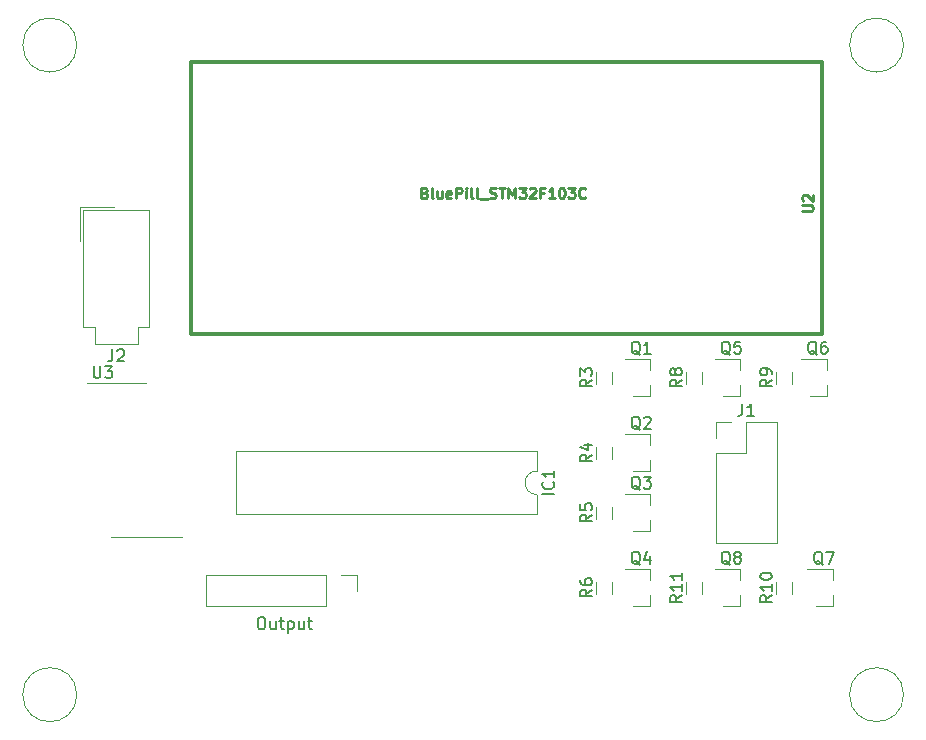
<source format=gbr>
G04 #@! TF.GenerationSoftware,KiCad,Pcbnew,5.0.0*
G04 #@! TF.CreationDate,2018-07-29T15:48:31+02:00*
G04 #@! TF.ProjectId,led_leveldriver,6C65645F6C6576656C6472697665722E,rev?*
G04 #@! TF.SameCoordinates,Original*
G04 #@! TF.FileFunction,Legend,Top*
G04 #@! TF.FilePolarity,Positive*
%FSLAX46Y46*%
G04 Gerber Fmt 4.6, Leading zero omitted, Abs format (unit mm)*
G04 Created by KiCad (PCBNEW 5.0.0) date Sun Jul 29 15:48:31 2018*
%MOMM*%
%LPD*%
G01*
G04 APERTURE LIST*
%ADD10C,0.120000*%
%ADD11C,0.304800*%
%ADD12C,0.150000*%
%ADD13C,0.222250*%
G04 APERTURE END LIST*
D10*
G04 #@! TO.C,REF\002A\002A*
X184020000Y-93820000D02*
G75*
G03X184020000Y-93820000I-2286000J0D01*
G01*
X114020000Y-93820000D02*
G75*
G03X114020000Y-93820000I-2286000J0D01*
G01*
X184020000Y-38820000D02*
G75*
G03X184020000Y-38820000I-2286000J0D01*
G01*
G04 #@! TO.C,Output*
X137744000Y-83694000D02*
X137744000Y-85024000D01*
X136414000Y-83694000D02*
X137744000Y-83694000D01*
X135144000Y-83694000D02*
X135144000Y-86354000D01*
X135144000Y-86354000D02*
X124924000Y-86354000D01*
X135144000Y-83694000D02*
X124924000Y-83694000D01*
X124924000Y-83694000D02*
X124924000Y-86354000D01*
D11*
G04 #@! TO.C,U2*
X123714800Y-40250000D02*
X177114800Y-40250000D01*
X177114800Y-40250000D02*
X177114800Y-63250000D01*
X177114800Y-63250000D02*
X123714800Y-63250000D01*
X123714800Y-63250000D02*
X123714800Y-40250000D01*
D10*
G04 #@! TO.C,IC1*
X152984000Y-78530000D02*
X152984000Y-76880000D01*
X127464000Y-78530000D02*
X152984000Y-78530000D01*
X127464000Y-73230000D02*
X127464000Y-78530000D01*
X152984000Y-73230000D02*
X127464000Y-73230000D01*
X152984000Y-74880000D02*
X152984000Y-73230000D01*
X152984000Y-76880000D02*
G75*
G02X152984000Y-74880000I0J1000000D01*
G01*
G04 #@! TO.C,J2*
X114314000Y-52540000D02*
X114314000Y-55390000D01*
X117164000Y-52540000D02*
X114314000Y-52540000D01*
X119164000Y-64090000D02*
X117364000Y-64090000D01*
X119164000Y-62690000D02*
X119164000Y-64090000D01*
X120164000Y-62690000D02*
X119164000Y-62690000D01*
X120164000Y-52790000D02*
X120164000Y-62690000D01*
X117364000Y-52790000D02*
X120164000Y-52790000D01*
X115564000Y-64090000D02*
X117364000Y-64090000D01*
X115564000Y-62690000D02*
X115564000Y-64090000D01*
X114564000Y-62690000D02*
X115564000Y-62690000D01*
X114564000Y-52790000D02*
X114564000Y-62690000D01*
X117364000Y-52790000D02*
X114564000Y-52790000D01*
G04 #@! TO.C,Q1*
X162574000Y-68570000D02*
X161114000Y-68570000D01*
X162574000Y-65410000D02*
X160414000Y-65410000D01*
X162574000Y-65410000D02*
X162574000Y-66340000D01*
X162574000Y-68570000D02*
X162574000Y-67640000D01*
G04 #@! TO.C,Q2*
X162574000Y-74920000D02*
X161114000Y-74920000D01*
X162574000Y-71760000D02*
X160414000Y-71760000D01*
X162574000Y-71760000D02*
X162574000Y-72690000D01*
X162574000Y-74920000D02*
X162574000Y-73990000D01*
G04 #@! TO.C,Q3*
X162574000Y-80000000D02*
X162574000Y-79070000D01*
X162574000Y-76840000D02*
X162574000Y-77770000D01*
X162574000Y-76840000D02*
X160414000Y-76840000D01*
X162574000Y-80000000D02*
X161114000Y-80000000D01*
G04 #@! TO.C,Q4*
X162574000Y-86350000D02*
X162574000Y-85420000D01*
X162574000Y-83190000D02*
X162574000Y-84120000D01*
X162574000Y-83190000D02*
X160414000Y-83190000D01*
X162574000Y-86350000D02*
X161114000Y-86350000D01*
G04 #@! TO.C,Q5*
X170194000Y-68570000D02*
X168734000Y-68570000D01*
X170194000Y-65410000D02*
X168034000Y-65410000D01*
X170194000Y-65410000D02*
X170194000Y-66340000D01*
X170194000Y-68570000D02*
X170194000Y-67640000D01*
G04 #@! TO.C,Q6*
X177534000Y-68570000D02*
X177534000Y-67640000D01*
X177534000Y-65410000D02*
X177534000Y-66340000D01*
X177534000Y-65410000D02*
X175374000Y-65410000D01*
X177534000Y-68570000D02*
X176074000Y-68570000D01*
G04 #@! TO.C,Q7*
X178034000Y-86350000D02*
X176574000Y-86350000D01*
X178034000Y-83190000D02*
X175874000Y-83190000D01*
X178034000Y-83190000D02*
X178034000Y-84120000D01*
X178034000Y-86350000D02*
X178034000Y-85420000D01*
G04 #@! TO.C,Q8*
X170194000Y-86350000D02*
X170194000Y-85420000D01*
X170194000Y-83190000D02*
X170194000Y-84120000D01*
X170194000Y-83190000D02*
X168034000Y-83190000D01*
X170194000Y-86350000D02*
X168734000Y-86350000D01*
G04 #@! TO.C,R3*
X159319000Y-66490000D02*
X159319000Y-67490000D01*
X157959000Y-67490000D02*
X157959000Y-66490000D01*
G04 #@! TO.C,R4*
X157959000Y-73840000D02*
X157959000Y-72840000D01*
X159319000Y-72840000D02*
X159319000Y-73840000D01*
G04 #@! TO.C,R5*
X159319000Y-77920000D02*
X159319000Y-78920000D01*
X157959000Y-78920000D02*
X157959000Y-77920000D01*
G04 #@! TO.C,R6*
X157959000Y-85270000D02*
X157959000Y-84270000D01*
X159319000Y-84270000D02*
X159319000Y-85270000D01*
G04 #@! TO.C,R8*
X166939000Y-66490000D02*
X166939000Y-67490000D01*
X165579000Y-67490000D02*
X165579000Y-66490000D01*
G04 #@! TO.C,R9*
X173199000Y-67490000D02*
X173199000Y-66490000D01*
X174559000Y-66490000D02*
X174559000Y-67490000D01*
G04 #@! TO.C,R10*
X174559000Y-84270000D02*
X174559000Y-85270000D01*
X173199000Y-85270000D02*
X173199000Y-84270000D01*
G04 #@! TO.C,R11*
X165579000Y-85270000D02*
X165579000Y-84270000D01*
X166939000Y-84270000D02*
X166939000Y-85270000D01*
G04 #@! TO.C,U3*
X114904000Y-67445000D02*
X119904000Y-67445000D01*
X116904000Y-80505000D02*
X122904000Y-80505000D01*
G04 #@! TO.C,J1*
X168104000Y-70740000D02*
X169434000Y-70740000D01*
X168104000Y-72070000D02*
X168104000Y-70740000D01*
X170704000Y-70740000D02*
X173304000Y-70740000D01*
X170704000Y-73340000D02*
X170704000Y-70740000D01*
X168104000Y-73340000D02*
X170704000Y-73340000D01*
X173304000Y-70740000D02*
X173304000Y-81020000D01*
X168104000Y-73340000D02*
X168104000Y-81020000D01*
X168104000Y-81020000D02*
X173304000Y-81020000D01*
G04 #@! TO.C,REF\002A\002A*
X114020000Y-38820000D02*
G75*
G03X114020000Y-38820000I-2286000J0D01*
G01*
G04 #@! TO.C,Output*
D12*
X129564190Y-87270380D02*
X129754666Y-87270380D01*
X129849904Y-87318000D01*
X129945142Y-87413238D01*
X129992761Y-87603714D01*
X129992761Y-87937047D01*
X129945142Y-88127523D01*
X129849904Y-88222761D01*
X129754666Y-88270380D01*
X129564190Y-88270380D01*
X129468952Y-88222761D01*
X129373714Y-88127523D01*
X129326095Y-87937047D01*
X129326095Y-87603714D01*
X129373714Y-87413238D01*
X129468952Y-87318000D01*
X129564190Y-87270380D01*
X130849904Y-87603714D02*
X130849904Y-88270380D01*
X130421333Y-87603714D02*
X130421333Y-88127523D01*
X130468952Y-88222761D01*
X130564190Y-88270380D01*
X130707047Y-88270380D01*
X130802285Y-88222761D01*
X130849904Y-88175142D01*
X131183238Y-87603714D02*
X131564190Y-87603714D01*
X131326095Y-87270380D02*
X131326095Y-88127523D01*
X131373714Y-88222761D01*
X131468952Y-88270380D01*
X131564190Y-88270380D01*
X131897523Y-87603714D02*
X131897523Y-88603714D01*
X131897523Y-87651333D02*
X131992761Y-87603714D01*
X132183238Y-87603714D01*
X132278476Y-87651333D01*
X132326095Y-87698952D01*
X132373714Y-87794190D01*
X132373714Y-88079904D01*
X132326095Y-88175142D01*
X132278476Y-88222761D01*
X132183238Y-88270380D01*
X131992761Y-88270380D01*
X131897523Y-88222761D01*
X133230857Y-87603714D02*
X133230857Y-88270380D01*
X132802285Y-87603714D02*
X132802285Y-88127523D01*
X132849904Y-88222761D01*
X132945142Y-88270380D01*
X133088000Y-88270380D01*
X133183238Y-88222761D01*
X133230857Y-88175142D01*
X133564190Y-87603714D02*
X133945142Y-87603714D01*
X133707047Y-87270380D02*
X133707047Y-88127523D01*
X133754666Y-88222761D01*
X133849904Y-88270380D01*
X133945142Y-88270380D01*
G04 #@! TO.C,U2*
D13*
X175424166Y-52884533D02*
X176143833Y-52884533D01*
X176228500Y-52842200D01*
X176270833Y-52799866D01*
X176313166Y-52715200D01*
X176313166Y-52545866D01*
X176270833Y-52461200D01*
X176228500Y-52418866D01*
X176143833Y-52376533D01*
X175424166Y-52376533D01*
X175508833Y-51995533D02*
X175466500Y-51953200D01*
X175424166Y-51868533D01*
X175424166Y-51656866D01*
X175466500Y-51572200D01*
X175508833Y-51529866D01*
X175593500Y-51487533D01*
X175678166Y-51487533D01*
X175805166Y-51529866D01*
X176313166Y-52037866D01*
X176313166Y-51487533D01*
D11*
D13*
X143479433Y-51330900D02*
X143606433Y-51373233D01*
X143648766Y-51415566D01*
X143691100Y-51500233D01*
X143691100Y-51627233D01*
X143648766Y-51711900D01*
X143606433Y-51754233D01*
X143521766Y-51796566D01*
X143183100Y-51796566D01*
X143183100Y-50907566D01*
X143479433Y-50907566D01*
X143564100Y-50949900D01*
X143606433Y-50992233D01*
X143648766Y-51076900D01*
X143648766Y-51161566D01*
X143606433Y-51246233D01*
X143564100Y-51288566D01*
X143479433Y-51330900D01*
X143183100Y-51330900D01*
X144199100Y-51796566D02*
X144114433Y-51754233D01*
X144072100Y-51669566D01*
X144072100Y-50907566D01*
X144918766Y-51203900D02*
X144918766Y-51796566D01*
X144537766Y-51203900D02*
X144537766Y-51669566D01*
X144580100Y-51754233D01*
X144664766Y-51796566D01*
X144791766Y-51796566D01*
X144876433Y-51754233D01*
X144918766Y-51711900D01*
X145680766Y-51754233D02*
X145596100Y-51796566D01*
X145426766Y-51796566D01*
X145342100Y-51754233D01*
X145299766Y-51669566D01*
X145299766Y-51330900D01*
X145342100Y-51246233D01*
X145426766Y-51203900D01*
X145596100Y-51203900D01*
X145680766Y-51246233D01*
X145723100Y-51330900D01*
X145723100Y-51415566D01*
X145299766Y-51500233D01*
X146104100Y-51796566D02*
X146104100Y-50907566D01*
X146442766Y-50907566D01*
X146527433Y-50949900D01*
X146569766Y-50992233D01*
X146612100Y-51076900D01*
X146612100Y-51203900D01*
X146569766Y-51288566D01*
X146527433Y-51330900D01*
X146442766Y-51373233D01*
X146104100Y-51373233D01*
X146993100Y-51796566D02*
X146993100Y-51203900D01*
X146993100Y-50907566D02*
X146950766Y-50949900D01*
X146993100Y-50992233D01*
X147035433Y-50949900D01*
X146993100Y-50907566D01*
X146993100Y-50992233D01*
X147543433Y-51796566D02*
X147458766Y-51754233D01*
X147416433Y-51669566D01*
X147416433Y-50907566D01*
X148009100Y-51796566D02*
X147924433Y-51754233D01*
X147882100Y-51669566D01*
X147882100Y-50907566D01*
X148136100Y-51881233D02*
X148813433Y-51881233D01*
X148982766Y-51754233D02*
X149109766Y-51796566D01*
X149321433Y-51796566D01*
X149406100Y-51754233D01*
X149448433Y-51711900D01*
X149490766Y-51627233D01*
X149490766Y-51542566D01*
X149448433Y-51457900D01*
X149406100Y-51415566D01*
X149321433Y-51373233D01*
X149152100Y-51330900D01*
X149067433Y-51288566D01*
X149025100Y-51246233D01*
X148982766Y-51161566D01*
X148982766Y-51076900D01*
X149025100Y-50992233D01*
X149067433Y-50949900D01*
X149152100Y-50907566D01*
X149363766Y-50907566D01*
X149490766Y-50949900D01*
X149744766Y-50907566D02*
X150252766Y-50907566D01*
X149998766Y-51796566D02*
X149998766Y-50907566D01*
X150549100Y-51796566D02*
X150549100Y-50907566D01*
X150845433Y-51542566D01*
X151141766Y-50907566D01*
X151141766Y-51796566D01*
X151480433Y-50907566D02*
X152030766Y-50907566D01*
X151734433Y-51246233D01*
X151861433Y-51246233D01*
X151946100Y-51288566D01*
X151988433Y-51330900D01*
X152030766Y-51415566D01*
X152030766Y-51627233D01*
X151988433Y-51711900D01*
X151946100Y-51754233D01*
X151861433Y-51796566D01*
X151607433Y-51796566D01*
X151522766Y-51754233D01*
X151480433Y-51711900D01*
X152369433Y-50992233D02*
X152411766Y-50949900D01*
X152496433Y-50907566D01*
X152708100Y-50907566D01*
X152792766Y-50949900D01*
X152835100Y-50992233D01*
X152877433Y-51076900D01*
X152877433Y-51161566D01*
X152835100Y-51288566D01*
X152327100Y-51796566D01*
X152877433Y-51796566D01*
X153554766Y-51330900D02*
X153258433Y-51330900D01*
X153258433Y-51796566D02*
X153258433Y-50907566D01*
X153681766Y-50907566D01*
X154486100Y-51796566D02*
X153978100Y-51796566D01*
X154232100Y-51796566D02*
X154232100Y-50907566D01*
X154147433Y-51034566D01*
X154062766Y-51119233D01*
X153978100Y-51161566D01*
X155036433Y-50907566D02*
X155121100Y-50907566D01*
X155205766Y-50949900D01*
X155248100Y-50992233D01*
X155290433Y-51076900D01*
X155332766Y-51246233D01*
X155332766Y-51457900D01*
X155290433Y-51627233D01*
X155248100Y-51711900D01*
X155205766Y-51754233D01*
X155121100Y-51796566D01*
X155036433Y-51796566D01*
X154951766Y-51754233D01*
X154909433Y-51711900D01*
X154867100Y-51627233D01*
X154824766Y-51457900D01*
X154824766Y-51246233D01*
X154867100Y-51076900D01*
X154909433Y-50992233D01*
X154951766Y-50949900D01*
X155036433Y-50907566D01*
X155629100Y-50907566D02*
X156179433Y-50907566D01*
X155883100Y-51246233D01*
X156010100Y-51246233D01*
X156094766Y-51288566D01*
X156137100Y-51330900D01*
X156179433Y-51415566D01*
X156179433Y-51627233D01*
X156137100Y-51711900D01*
X156094766Y-51754233D01*
X156010100Y-51796566D01*
X155756100Y-51796566D01*
X155671433Y-51754233D01*
X155629100Y-51711900D01*
X157068433Y-51711900D02*
X157026100Y-51754233D01*
X156899100Y-51796566D01*
X156814433Y-51796566D01*
X156687433Y-51754233D01*
X156602766Y-51669566D01*
X156560433Y-51584900D01*
X156518100Y-51415566D01*
X156518100Y-51288566D01*
X156560433Y-51119233D01*
X156602766Y-51034566D01*
X156687433Y-50949900D01*
X156814433Y-50907566D01*
X156899100Y-50907566D01*
X157026100Y-50949900D01*
X157068433Y-50992233D01*
G04 #@! TO.C,IC1*
D12*
X154436380Y-76856190D02*
X153436380Y-76856190D01*
X154341142Y-75808571D02*
X154388761Y-75856190D01*
X154436380Y-75999047D01*
X154436380Y-76094285D01*
X154388761Y-76237142D01*
X154293523Y-76332380D01*
X154198285Y-76380000D01*
X154007809Y-76427619D01*
X153864952Y-76427619D01*
X153674476Y-76380000D01*
X153579238Y-76332380D01*
X153484000Y-76237142D01*
X153436380Y-76094285D01*
X153436380Y-75999047D01*
X153484000Y-75856190D01*
X153531619Y-75808571D01*
X154436380Y-74856190D02*
X154436380Y-75427619D01*
X154436380Y-75141904D02*
X153436380Y-75141904D01*
X153579238Y-75237142D01*
X153674476Y-75332380D01*
X153722095Y-75427619D01*
G04 #@! TO.C,J2*
X117030666Y-64592380D02*
X117030666Y-65306666D01*
X116983047Y-65449523D01*
X116887809Y-65544761D01*
X116744952Y-65592380D01*
X116649714Y-65592380D01*
X117459238Y-64687619D02*
X117506857Y-64640000D01*
X117602095Y-64592380D01*
X117840190Y-64592380D01*
X117935428Y-64640000D01*
X117983047Y-64687619D01*
X118030666Y-64782857D01*
X118030666Y-64878095D01*
X117983047Y-65020952D01*
X117411619Y-65592380D01*
X118030666Y-65592380D01*
G04 #@! TO.C,Q1*
X161718761Y-65037619D02*
X161623523Y-64990000D01*
X161528285Y-64894761D01*
X161385428Y-64751904D01*
X161290190Y-64704285D01*
X161194952Y-64704285D01*
X161242571Y-64942380D02*
X161147333Y-64894761D01*
X161052095Y-64799523D01*
X161004476Y-64609047D01*
X161004476Y-64275714D01*
X161052095Y-64085238D01*
X161147333Y-63990000D01*
X161242571Y-63942380D01*
X161433047Y-63942380D01*
X161528285Y-63990000D01*
X161623523Y-64085238D01*
X161671142Y-64275714D01*
X161671142Y-64609047D01*
X161623523Y-64799523D01*
X161528285Y-64894761D01*
X161433047Y-64942380D01*
X161242571Y-64942380D01*
X162623523Y-64942380D02*
X162052095Y-64942380D01*
X162337809Y-64942380D02*
X162337809Y-63942380D01*
X162242571Y-64085238D01*
X162147333Y-64180476D01*
X162052095Y-64228095D01*
G04 #@! TO.C,Q2*
X161718761Y-71387619D02*
X161623523Y-71340000D01*
X161528285Y-71244761D01*
X161385428Y-71101904D01*
X161290190Y-71054285D01*
X161194952Y-71054285D01*
X161242571Y-71292380D02*
X161147333Y-71244761D01*
X161052095Y-71149523D01*
X161004476Y-70959047D01*
X161004476Y-70625714D01*
X161052095Y-70435238D01*
X161147333Y-70340000D01*
X161242571Y-70292380D01*
X161433047Y-70292380D01*
X161528285Y-70340000D01*
X161623523Y-70435238D01*
X161671142Y-70625714D01*
X161671142Y-70959047D01*
X161623523Y-71149523D01*
X161528285Y-71244761D01*
X161433047Y-71292380D01*
X161242571Y-71292380D01*
X162052095Y-70387619D02*
X162099714Y-70340000D01*
X162194952Y-70292380D01*
X162433047Y-70292380D01*
X162528285Y-70340000D01*
X162575904Y-70387619D01*
X162623523Y-70482857D01*
X162623523Y-70578095D01*
X162575904Y-70720952D01*
X162004476Y-71292380D01*
X162623523Y-71292380D01*
G04 #@! TO.C,Q3*
X161718761Y-76467619D02*
X161623523Y-76420000D01*
X161528285Y-76324761D01*
X161385428Y-76181904D01*
X161290190Y-76134285D01*
X161194952Y-76134285D01*
X161242571Y-76372380D02*
X161147333Y-76324761D01*
X161052095Y-76229523D01*
X161004476Y-76039047D01*
X161004476Y-75705714D01*
X161052095Y-75515238D01*
X161147333Y-75420000D01*
X161242571Y-75372380D01*
X161433047Y-75372380D01*
X161528285Y-75420000D01*
X161623523Y-75515238D01*
X161671142Y-75705714D01*
X161671142Y-76039047D01*
X161623523Y-76229523D01*
X161528285Y-76324761D01*
X161433047Y-76372380D01*
X161242571Y-76372380D01*
X162004476Y-75372380D02*
X162623523Y-75372380D01*
X162290190Y-75753333D01*
X162433047Y-75753333D01*
X162528285Y-75800952D01*
X162575904Y-75848571D01*
X162623523Y-75943809D01*
X162623523Y-76181904D01*
X162575904Y-76277142D01*
X162528285Y-76324761D01*
X162433047Y-76372380D01*
X162147333Y-76372380D01*
X162052095Y-76324761D01*
X162004476Y-76277142D01*
G04 #@! TO.C,Q4*
X161718761Y-82817619D02*
X161623523Y-82770000D01*
X161528285Y-82674761D01*
X161385428Y-82531904D01*
X161290190Y-82484285D01*
X161194952Y-82484285D01*
X161242571Y-82722380D02*
X161147333Y-82674761D01*
X161052095Y-82579523D01*
X161004476Y-82389047D01*
X161004476Y-82055714D01*
X161052095Y-81865238D01*
X161147333Y-81770000D01*
X161242571Y-81722380D01*
X161433047Y-81722380D01*
X161528285Y-81770000D01*
X161623523Y-81865238D01*
X161671142Y-82055714D01*
X161671142Y-82389047D01*
X161623523Y-82579523D01*
X161528285Y-82674761D01*
X161433047Y-82722380D01*
X161242571Y-82722380D01*
X162528285Y-82055714D02*
X162528285Y-82722380D01*
X162290190Y-81674761D02*
X162052095Y-82389047D01*
X162671142Y-82389047D01*
G04 #@! TO.C,Q5*
X169338761Y-65037619D02*
X169243523Y-64990000D01*
X169148285Y-64894761D01*
X169005428Y-64751904D01*
X168910190Y-64704285D01*
X168814952Y-64704285D01*
X168862571Y-64942380D02*
X168767333Y-64894761D01*
X168672095Y-64799523D01*
X168624476Y-64609047D01*
X168624476Y-64275714D01*
X168672095Y-64085238D01*
X168767333Y-63990000D01*
X168862571Y-63942380D01*
X169053047Y-63942380D01*
X169148285Y-63990000D01*
X169243523Y-64085238D01*
X169291142Y-64275714D01*
X169291142Y-64609047D01*
X169243523Y-64799523D01*
X169148285Y-64894761D01*
X169053047Y-64942380D01*
X168862571Y-64942380D01*
X170195904Y-63942380D02*
X169719714Y-63942380D01*
X169672095Y-64418571D01*
X169719714Y-64370952D01*
X169814952Y-64323333D01*
X170053047Y-64323333D01*
X170148285Y-64370952D01*
X170195904Y-64418571D01*
X170243523Y-64513809D01*
X170243523Y-64751904D01*
X170195904Y-64847142D01*
X170148285Y-64894761D01*
X170053047Y-64942380D01*
X169814952Y-64942380D01*
X169719714Y-64894761D01*
X169672095Y-64847142D01*
G04 #@! TO.C,Q6*
X176678761Y-65037619D02*
X176583523Y-64990000D01*
X176488285Y-64894761D01*
X176345428Y-64751904D01*
X176250190Y-64704285D01*
X176154952Y-64704285D01*
X176202571Y-64942380D02*
X176107333Y-64894761D01*
X176012095Y-64799523D01*
X175964476Y-64609047D01*
X175964476Y-64275714D01*
X176012095Y-64085238D01*
X176107333Y-63990000D01*
X176202571Y-63942380D01*
X176393047Y-63942380D01*
X176488285Y-63990000D01*
X176583523Y-64085238D01*
X176631142Y-64275714D01*
X176631142Y-64609047D01*
X176583523Y-64799523D01*
X176488285Y-64894761D01*
X176393047Y-64942380D01*
X176202571Y-64942380D01*
X177488285Y-63942380D02*
X177297809Y-63942380D01*
X177202571Y-63990000D01*
X177154952Y-64037619D01*
X177059714Y-64180476D01*
X177012095Y-64370952D01*
X177012095Y-64751904D01*
X177059714Y-64847142D01*
X177107333Y-64894761D01*
X177202571Y-64942380D01*
X177393047Y-64942380D01*
X177488285Y-64894761D01*
X177535904Y-64847142D01*
X177583523Y-64751904D01*
X177583523Y-64513809D01*
X177535904Y-64418571D01*
X177488285Y-64370952D01*
X177393047Y-64323333D01*
X177202571Y-64323333D01*
X177107333Y-64370952D01*
X177059714Y-64418571D01*
X177012095Y-64513809D01*
G04 #@! TO.C,Q7*
X177178761Y-82817619D02*
X177083523Y-82770000D01*
X176988285Y-82674761D01*
X176845428Y-82531904D01*
X176750190Y-82484285D01*
X176654952Y-82484285D01*
X176702571Y-82722380D02*
X176607333Y-82674761D01*
X176512095Y-82579523D01*
X176464476Y-82389047D01*
X176464476Y-82055714D01*
X176512095Y-81865238D01*
X176607333Y-81770000D01*
X176702571Y-81722380D01*
X176893047Y-81722380D01*
X176988285Y-81770000D01*
X177083523Y-81865238D01*
X177131142Y-82055714D01*
X177131142Y-82389047D01*
X177083523Y-82579523D01*
X176988285Y-82674761D01*
X176893047Y-82722380D01*
X176702571Y-82722380D01*
X177464476Y-81722380D02*
X178131142Y-81722380D01*
X177702571Y-82722380D01*
G04 #@! TO.C,Q8*
X169338761Y-82817619D02*
X169243523Y-82770000D01*
X169148285Y-82674761D01*
X169005428Y-82531904D01*
X168910190Y-82484285D01*
X168814952Y-82484285D01*
X168862571Y-82722380D02*
X168767333Y-82674761D01*
X168672095Y-82579523D01*
X168624476Y-82389047D01*
X168624476Y-82055714D01*
X168672095Y-81865238D01*
X168767333Y-81770000D01*
X168862571Y-81722380D01*
X169053047Y-81722380D01*
X169148285Y-81770000D01*
X169243523Y-81865238D01*
X169291142Y-82055714D01*
X169291142Y-82389047D01*
X169243523Y-82579523D01*
X169148285Y-82674761D01*
X169053047Y-82722380D01*
X168862571Y-82722380D01*
X169862571Y-82150952D02*
X169767333Y-82103333D01*
X169719714Y-82055714D01*
X169672095Y-81960476D01*
X169672095Y-81912857D01*
X169719714Y-81817619D01*
X169767333Y-81770000D01*
X169862571Y-81722380D01*
X170053047Y-81722380D01*
X170148285Y-81770000D01*
X170195904Y-81817619D01*
X170243523Y-81912857D01*
X170243523Y-81960476D01*
X170195904Y-82055714D01*
X170148285Y-82103333D01*
X170053047Y-82150952D01*
X169862571Y-82150952D01*
X169767333Y-82198571D01*
X169719714Y-82246190D01*
X169672095Y-82341428D01*
X169672095Y-82531904D01*
X169719714Y-82627142D01*
X169767333Y-82674761D01*
X169862571Y-82722380D01*
X170053047Y-82722380D01*
X170148285Y-82674761D01*
X170195904Y-82627142D01*
X170243523Y-82531904D01*
X170243523Y-82341428D01*
X170195904Y-82246190D01*
X170148285Y-82198571D01*
X170053047Y-82150952D01*
G04 #@! TO.C,R3*
X157641380Y-67156666D02*
X157165190Y-67490000D01*
X157641380Y-67728095D02*
X156641380Y-67728095D01*
X156641380Y-67347142D01*
X156689000Y-67251904D01*
X156736619Y-67204285D01*
X156831857Y-67156666D01*
X156974714Y-67156666D01*
X157069952Y-67204285D01*
X157117571Y-67251904D01*
X157165190Y-67347142D01*
X157165190Y-67728095D01*
X156641380Y-66823333D02*
X156641380Y-66204285D01*
X157022333Y-66537619D01*
X157022333Y-66394761D01*
X157069952Y-66299523D01*
X157117571Y-66251904D01*
X157212809Y-66204285D01*
X157450904Y-66204285D01*
X157546142Y-66251904D01*
X157593761Y-66299523D01*
X157641380Y-66394761D01*
X157641380Y-66680476D01*
X157593761Y-66775714D01*
X157546142Y-66823333D01*
G04 #@! TO.C,R4*
X157641380Y-73506666D02*
X157165190Y-73840000D01*
X157641380Y-74078095D02*
X156641380Y-74078095D01*
X156641380Y-73697142D01*
X156689000Y-73601904D01*
X156736619Y-73554285D01*
X156831857Y-73506666D01*
X156974714Y-73506666D01*
X157069952Y-73554285D01*
X157117571Y-73601904D01*
X157165190Y-73697142D01*
X157165190Y-74078095D01*
X156974714Y-72649523D02*
X157641380Y-72649523D01*
X156593761Y-72887619D02*
X157308047Y-73125714D01*
X157308047Y-72506666D01*
G04 #@! TO.C,R5*
X157641380Y-78586666D02*
X157165190Y-78920000D01*
X157641380Y-79158095D02*
X156641380Y-79158095D01*
X156641380Y-78777142D01*
X156689000Y-78681904D01*
X156736619Y-78634285D01*
X156831857Y-78586666D01*
X156974714Y-78586666D01*
X157069952Y-78634285D01*
X157117571Y-78681904D01*
X157165190Y-78777142D01*
X157165190Y-79158095D01*
X156641380Y-77681904D02*
X156641380Y-78158095D01*
X157117571Y-78205714D01*
X157069952Y-78158095D01*
X157022333Y-78062857D01*
X157022333Y-77824761D01*
X157069952Y-77729523D01*
X157117571Y-77681904D01*
X157212809Y-77634285D01*
X157450904Y-77634285D01*
X157546142Y-77681904D01*
X157593761Y-77729523D01*
X157641380Y-77824761D01*
X157641380Y-78062857D01*
X157593761Y-78158095D01*
X157546142Y-78205714D01*
G04 #@! TO.C,R6*
X157641380Y-84936666D02*
X157165190Y-85270000D01*
X157641380Y-85508095D02*
X156641380Y-85508095D01*
X156641380Y-85127142D01*
X156689000Y-85031904D01*
X156736619Y-84984285D01*
X156831857Y-84936666D01*
X156974714Y-84936666D01*
X157069952Y-84984285D01*
X157117571Y-85031904D01*
X157165190Y-85127142D01*
X157165190Y-85508095D01*
X156641380Y-84079523D02*
X156641380Y-84270000D01*
X156689000Y-84365238D01*
X156736619Y-84412857D01*
X156879476Y-84508095D01*
X157069952Y-84555714D01*
X157450904Y-84555714D01*
X157546142Y-84508095D01*
X157593761Y-84460476D01*
X157641380Y-84365238D01*
X157641380Y-84174761D01*
X157593761Y-84079523D01*
X157546142Y-84031904D01*
X157450904Y-83984285D01*
X157212809Y-83984285D01*
X157117571Y-84031904D01*
X157069952Y-84079523D01*
X157022333Y-84174761D01*
X157022333Y-84365238D01*
X157069952Y-84460476D01*
X157117571Y-84508095D01*
X157212809Y-84555714D01*
G04 #@! TO.C,R8*
X165261380Y-67156666D02*
X164785190Y-67490000D01*
X165261380Y-67728095D02*
X164261380Y-67728095D01*
X164261380Y-67347142D01*
X164309000Y-67251904D01*
X164356619Y-67204285D01*
X164451857Y-67156666D01*
X164594714Y-67156666D01*
X164689952Y-67204285D01*
X164737571Y-67251904D01*
X164785190Y-67347142D01*
X164785190Y-67728095D01*
X164689952Y-66585238D02*
X164642333Y-66680476D01*
X164594714Y-66728095D01*
X164499476Y-66775714D01*
X164451857Y-66775714D01*
X164356619Y-66728095D01*
X164309000Y-66680476D01*
X164261380Y-66585238D01*
X164261380Y-66394761D01*
X164309000Y-66299523D01*
X164356619Y-66251904D01*
X164451857Y-66204285D01*
X164499476Y-66204285D01*
X164594714Y-66251904D01*
X164642333Y-66299523D01*
X164689952Y-66394761D01*
X164689952Y-66585238D01*
X164737571Y-66680476D01*
X164785190Y-66728095D01*
X164880428Y-66775714D01*
X165070904Y-66775714D01*
X165166142Y-66728095D01*
X165213761Y-66680476D01*
X165261380Y-66585238D01*
X165261380Y-66394761D01*
X165213761Y-66299523D01*
X165166142Y-66251904D01*
X165070904Y-66204285D01*
X164880428Y-66204285D01*
X164785190Y-66251904D01*
X164737571Y-66299523D01*
X164689952Y-66394761D01*
G04 #@! TO.C,R9*
X172881380Y-67156666D02*
X172405190Y-67490000D01*
X172881380Y-67728095D02*
X171881380Y-67728095D01*
X171881380Y-67347142D01*
X171929000Y-67251904D01*
X171976619Y-67204285D01*
X172071857Y-67156666D01*
X172214714Y-67156666D01*
X172309952Y-67204285D01*
X172357571Y-67251904D01*
X172405190Y-67347142D01*
X172405190Y-67728095D01*
X172881380Y-66680476D02*
X172881380Y-66490000D01*
X172833761Y-66394761D01*
X172786142Y-66347142D01*
X172643285Y-66251904D01*
X172452809Y-66204285D01*
X172071857Y-66204285D01*
X171976619Y-66251904D01*
X171929000Y-66299523D01*
X171881380Y-66394761D01*
X171881380Y-66585238D01*
X171929000Y-66680476D01*
X171976619Y-66728095D01*
X172071857Y-66775714D01*
X172309952Y-66775714D01*
X172405190Y-66728095D01*
X172452809Y-66680476D01*
X172500428Y-66585238D01*
X172500428Y-66394761D01*
X172452809Y-66299523D01*
X172405190Y-66251904D01*
X172309952Y-66204285D01*
G04 #@! TO.C,R10*
X172881380Y-85412857D02*
X172405190Y-85746190D01*
X172881380Y-85984285D02*
X171881380Y-85984285D01*
X171881380Y-85603333D01*
X171929000Y-85508095D01*
X171976619Y-85460476D01*
X172071857Y-85412857D01*
X172214714Y-85412857D01*
X172309952Y-85460476D01*
X172357571Y-85508095D01*
X172405190Y-85603333D01*
X172405190Y-85984285D01*
X172881380Y-84460476D02*
X172881380Y-85031904D01*
X172881380Y-84746190D02*
X171881380Y-84746190D01*
X172024238Y-84841428D01*
X172119476Y-84936666D01*
X172167095Y-85031904D01*
X171881380Y-83841428D02*
X171881380Y-83746190D01*
X171929000Y-83650952D01*
X171976619Y-83603333D01*
X172071857Y-83555714D01*
X172262333Y-83508095D01*
X172500428Y-83508095D01*
X172690904Y-83555714D01*
X172786142Y-83603333D01*
X172833761Y-83650952D01*
X172881380Y-83746190D01*
X172881380Y-83841428D01*
X172833761Y-83936666D01*
X172786142Y-83984285D01*
X172690904Y-84031904D01*
X172500428Y-84079523D01*
X172262333Y-84079523D01*
X172071857Y-84031904D01*
X171976619Y-83984285D01*
X171929000Y-83936666D01*
X171881380Y-83841428D01*
G04 #@! TO.C,R11*
X165261380Y-85412857D02*
X164785190Y-85746190D01*
X165261380Y-85984285D02*
X164261380Y-85984285D01*
X164261380Y-85603333D01*
X164309000Y-85508095D01*
X164356619Y-85460476D01*
X164451857Y-85412857D01*
X164594714Y-85412857D01*
X164689952Y-85460476D01*
X164737571Y-85508095D01*
X164785190Y-85603333D01*
X164785190Y-85984285D01*
X165261380Y-84460476D02*
X165261380Y-85031904D01*
X165261380Y-84746190D02*
X164261380Y-84746190D01*
X164404238Y-84841428D01*
X164499476Y-84936666D01*
X164547095Y-85031904D01*
X165261380Y-83508095D02*
X165261380Y-84079523D01*
X165261380Y-83793809D02*
X164261380Y-83793809D01*
X164404238Y-83889047D01*
X164499476Y-83984285D01*
X164547095Y-84079523D01*
G04 #@! TO.C,U3*
X115452095Y-66007380D02*
X115452095Y-66816904D01*
X115499714Y-66912142D01*
X115547333Y-66959761D01*
X115642571Y-67007380D01*
X115833047Y-67007380D01*
X115928285Y-66959761D01*
X115975904Y-66912142D01*
X116023523Y-66816904D01*
X116023523Y-66007380D01*
X116404476Y-66007380D02*
X117023523Y-66007380D01*
X116690190Y-66388333D01*
X116833047Y-66388333D01*
X116928285Y-66435952D01*
X116975904Y-66483571D01*
X117023523Y-66578809D01*
X117023523Y-66816904D01*
X116975904Y-66912142D01*
X116928285Y-66959761D01*
X116833047Y-67007380D01*
X116547333Y-67007380D01*
X116452095Y-66959761D01*
X116404476Y-66912142D01*
G04 #@! TO.C,J1*
X170370666Y-69192380D02*
X170370666Y-69906666D01*
X170323047Y-70049523D01*
X170227809Y-70144761D01*
X170084952Y-70192380D01*
X169989714Y-70192380D01*
X171370666Y-70192380D02*
X170799238Y-70192380D01*
X171084952Y-70192380D02*
X171084952Y-69192380D01*
X170989714Y-69335238D01*
X170894476Y-69430476D01*
X170799238Y-69478095D01*
G04 #@! TD*
M02*

</source>
